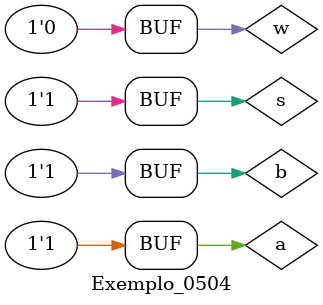
<source format=v>

module Exemplo_0504();

reg a;
reg b;
wire s, w; //f saida //w circuitos interligados

//duas instancias para o modulo nand

nand U1 ( w, a, b ); //primeira porta nand interligada com x, y
nand U2 ( s, w, w ); //segunda porta nand com a saida final 

//---------------------- parte principal 

initial 
begin : main 
   $display("Exemplo_504 - Matheus Santos Rosa Carneiro - 613414");
   $display("Test module 503");
   // projetar testes do modulo
   $monitor("a = %4b b = %4b s = %4b", a, b, s);

a = 1'b0; b = 1'b0; //equivalente a 0

// #1 unidade de tempo

#1 a = 1'b0; b = 1'b1;
#1 a = 1'b1; b = 1'b0;
#1 a = 1'b1; b = 1'b1;

end

endmodule // Exemplo_0504()

</source>
